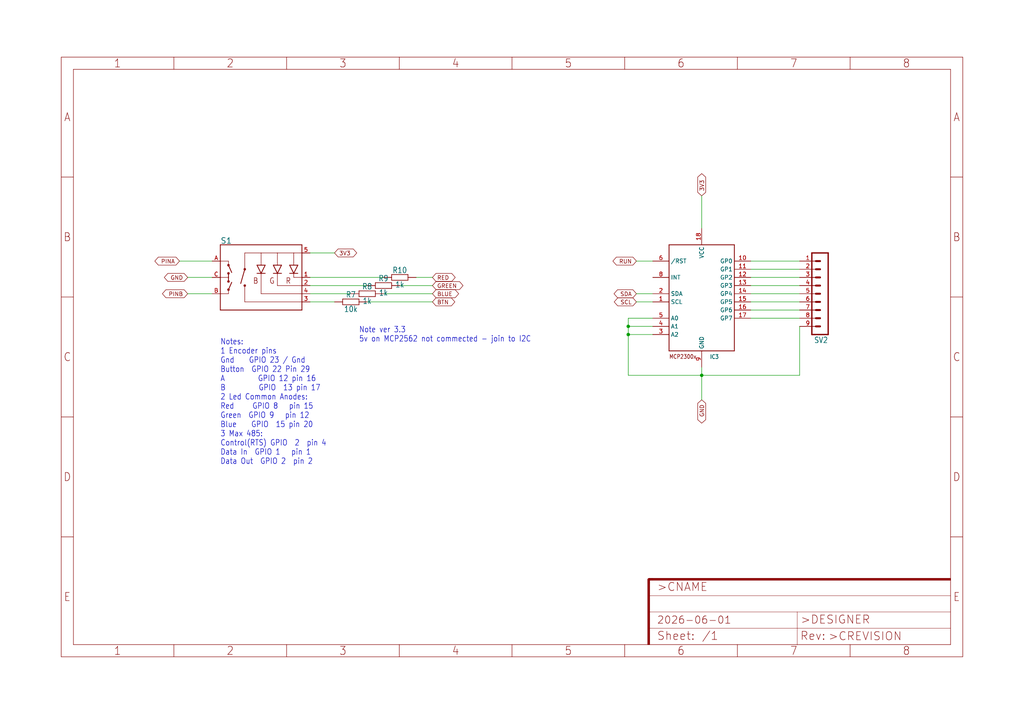
<source format=kicad_sch>
(kicad_sch (version 20230121) (generator eeschema)
  (paper "User" 318.77 224.79)
  (lib_symbols
    (symbol "PicoCanSmd31-eagle-import:ENCODER-RGB-SWITCH"
      (property "Reference" "S" (at -12.7 10.414 0))
      (symbol "ENCODER-RGB-SWITCH_1_0"
        (circle (center -10.16 -3.81) (radius 0.254) (stroke (width 0.254)))
        (circle (center -10.16 -1.27) (radius 0.254) (stroke (width 0.254)))
        (circle (center -10.16 1.27) (radius 0.254) (stroke (width 0.254)))
        (circle (center -10.16 3.81) (radius 0.254) (stroke (width 0.254)))
        (circle (center -5.08 -2.54) (radius 0.254) (stroke (width 0.254)))
        (circle (center -5.08 2.54) (radius 0.254) (stroke (width 0.254)))
        (polyline (pts (xy -12.7 -10.16) (xy 12.7 -10.16)) (stroke (width 0.254)))
        (polyline (pts (xy -12.7 -5.08) (xy -12.7 -10.16)) (stroke (width 0.254)))
        (polyline (pts (xy -12.7 0) (xy -12.7 -5.08)) (stroke (width 0.254)))
        (polyline (pts (xy -12.7 5.08) (xy -12.7 0)) (stroke (width 0.254)))
        (polyline (pts (xy -12.7 5.08) (xy -10.16 5.08)) (stroke (width 0.1524)))
        (polyline (pts (xy -12.7 10.16) (xy -12.7 5.08)) (stroke (width 0.254)))
        (polyline (pts (xy -10.16 -5.08) (xy -12.7 -5.08)) (stroke (width 0.1524)))
        (polyline (pts (xy -10.16 -5.08) (xy -10.16 -3.81)) (stroke (width 0.1524)))
        (polyline (pts (xy -10.16 -3.81) (xy -9.144 -1.524)) (stroke (width 0.254)))
        (polyline (pts (xy -10.16 0) (xy -12.7 0)) (stroke (width 0.1524)))
        (polyline (pts (xy -10.16 0) (xy -10.16 -1.27)) (stroke (width 0.254)))
        (polyline (pts (xy -10.16 0) (xy -10.16 1.27)) (stroke (width 0.254)))
        (polyline (pts (xy -10.16 3.81) (xy -9.144 1.524)) (stroke (width 0.254)))
        (polyline (pts (xy -10.16 5.08) (xy -10.16 3.81)) (stroke (width 0.1524)))
        (polyline (pts (xy -5.08 -7.62) (xy -5.08 -2.54)) (stroke (width 0.1524)))
        (polyline (pts (xy -5.08 -7.62) (xy 12.7 -7.62)) (stroke (width 0.1524)))
        (polyline (pts (xy -5.08 2.54) (xy -6.35 -1.905)) (stroke (width 0.254)))
        (polyline (pts (xy -5.08 7.62) (xy -5.08 2.54)) (stroke (width 0.1524)))
        (polyline (pts (xy -5.08 7.62) (xy 0 7.62)) (stroke (width 0.1524)))
        (polyline (pts (xy -1.27 1.27) (xy 0 1.27)) (stroke (width 0.254)))
        (polyline (pts (xy -1.27 3.81) (xy 0 1.27)) (stroke (width 0.254)))
        (polyline (pts (xy -1.27 3.81) (xy 0 3.81)) (stroke (width 0.254)))
        (polyline (pts (xy 0 -5.08) (xy 0 1.27)) (stroke (width 0.1524)))
        (polyline (pts (xy 0 -5.08) (xy 12.7 -5.08)) (stroke (width 0.1524)))
        (polyline (pts (xy 0 1.27) (xy 1.27 1.27)) (stroke (width 0.254)))
        (polyline (pts (xy 0 1.27) (xy 1.27 3.81)) (stroke (width 0.254)))
        (polyline (pts (xy 0 3.81) (xy 1.27 3.81)) (stroke (width 0.254)))
        (polyline (pts (xy 0 7.62) (xy 0 3.81)) (stroke (width 0.1524)))
        (polyline (pts (xy 0 7.62) (xy 5.08 7.62)) (stroke (width 0.1524)))
        (polyline (pts (xy 3.81 1.27) (xy 5.08 1.27)) (stroke (width 0.254)))
        (polyline (pts (xy 3.81 3.81) (xy 5.08 1.27)) (stroke (width 0.254)))
        (polyline (pts (xy 3.81 3.81) (xy 5.08 3.81)) (stroke (width 0.254)))
        (polyline (pts (xy 5.08 -2.54) (xy 5.08 1.27)) (stroke (width 0.1524)))
        (polyline (pts (xy 5.08 -2.54) (xy 12.7 -2.54)) (stroke (width 0.1524)))
        (polyline (pts (xy 5.08 1.27) (xy 6.35 1.27)) (stroke (width 0.254)))
        (polyline (pts (xy 5.08 1.27) (xy 6.35 3.81)) (stroke (width 0.254)))
        (polyline (pts (xy 5.08 3.81) (xy 6.35 3.81)) (stroke (width 0.254)))
        (polyline (pts (xy 5.08 7.62) (xy 5.08 3.81)) (stroke (width 0.1524)))
        (polyline (pts (xy 5.08 7.62) (xy 10.16 7.62)) (stroke (width 0.1524)))
        (polyline (pts (xy 8.89 1.27) (xy 10.16 1.27)) (stroke (width 0.254)))
        (polyline (pts (xy 8.89 3.81) (xy 10.16 1.27)) (stroke (width 0.254)))
        (polyline (pts (xy 8.89 3.81) (xy 10.16 3.81)) (stroke (width 0.254)))
        (polyline (pts (xy 10.16 0) (xy 10.16 1.27)) (stroke (width 0.1524)))
        (polyline (pts (xy 10.16 0) (xy 12.7 0)) (stroke (width 0.1524)))
        (polyline (pts (xy 10.16 1.27) (xy 11.43 1.27)) (stroke (width 0.254)))
        (polyline (pts (xy 10.16 1.27) (xy 11.43 3.81)) (stroke (width 0.254)))
        (polyline (pts (xy 10.16 3.81) (xy 11.43 3.81)) (stroke (width 0.254)))
        (polyline (pts (xy 10.16 7.62) (xy 10.16 3.81)) (stroke (width 0.1524)))
        (polyline (pts (xy 10.16 7.62) (xy 12.7 7.62)) (stroke (width 0.1524)))
        (polyline (pts (xy 12.7 10.16) (xy -12.7 10.16)) (stroke (width 0.254)))
        (polyline (pts (xy 12.7 10.16) (xy 12.7 -10.16)) (stroke (width 0.254)))
        (text "B" (at -2.54 0 0) (effects (font (size 1.778 1.5113)) (justify left top)))
        (text "G" (at 2.54 0 0) (effects (font (size 1.778 1.5113)) (justify left top)))
        (text "R" (at 7.62 0 0) (effects (font (size 1.778 1.5113)) (justify left top)))
        (pin passive line (at 15.24 0 180) (length 2.54) (name "-R") (number "1"))
        (pin passive line (at 15.24 -2.54 180) (length 2.54) (name "-G") (number "2"))
        (pin passive line (at 15.24 -7.62 180) (length 2.54) (name "SW") (number "3"))
        (pin passive line (at 15.24 -5.08 180) (length 2.54) (name "-B") (number "4"))
        (pin passive line (at 15.24 7.62 180) (length 2.54) (name "+") (number "5"))
        (pin bidirectional line (at -15.24 5.08 0) (length 2.54) (name "A") (number "A"))
        (pin bidirectional line (at -15.24 -5.08 0) (length 2.54) (name "B") (number "B"))
        (pin bidirectional line (at -15.24 0 0) (length 2.54) (name "C") (number "C"))
      )
    )
    (symbol "PicoCanSmd31-eagle-import:FRAME-A4L"
      (symbol "FRAME-A4L_1_0"
        (polyline (pts (xy -3.81 33.528) (xy 0 33.528)))
        (polyline (pts (xy -3.81 70.866) (xy 0 70.866)))
        (polyline (pts (xy -3.81 108.204) (xy 0 108.204)))
        (polyline (pts (xy -3.81 145.542) (xy 0 145.542)))
        (polyline (pts (xy 0 0) (xy 0 179.07)))
        (polyline (pts (xy 31.2738 -3.81) (xy 31.2738 0)))
        (polyline (pts (xy 31.2738 179.07) (xy 31.2738 182.88)))
        (polyline (pts (xy 66.3575 -3.81) (xy 66.3575 0)))
        (polyline (pts (xy 66.3575 179.07) (xy 66.3575 182.88)))
        (polyline (pts (xy 101.4413 -3.81) (xy 101.4413 0)))
        (polyline (pts (xy 101.4413 179.07) (xy 101.4413 182.88)))
        (polyline (pts (xy 136.525 -3.81) (xy 136.525 0)))
        (polyline (pts (xy 136.525 179.07) (xy 136.525 182.88)))
        (polyline (pts (xy 171.6088 -3.81) (xy 171.6088 0)))
        (polyline (pts (xy 171.6088 179.07) (xy 171.6088 182.88)))
        (polyline (pts (xy 179.07 10.16) (xy 225.29 10.16)) (stroke (width 0.1016)))
        (polyline (pts (xy 179.07 15.24) (xy 273.05 15.24)) (stroke (width 0.1016)))
        (polyline (pts (xy 179.07 19.05) (xy 179.07 20.32)) (stroke (width 0.6096)))
        (polyline (pts (xy 179.07 20.32) (xy 180.34 20.32)) (stroke (width 0.6096)))
        (polyline (pts (xy 206.6925 -3.81) (xy 206.6925 0)))
        (polyline (pts (xy 206.6925 179.07) (xy 206.6925 182.88)))
        (polyline (pts (xy 225.29 -0.1) (xy 225.29 5.08)) (stroke (width 0.1016)))
        (polyline (pts (xy 225.29 5.08) (xy 179.07 5.08)) (stroke (width 0.1016)))
        (polyline (pts (xy 225.29 5.08) (xy 225.29 10.16)) (stroke (width 0.1016)))
        (polyline (pts (xy 225.29 5.08) (xy 273.05 5.08)) (stroke (width 0.1016)))
        (polyline (pts (xy 225.29 10.16) (xy 273.05 10.16)) (stroke (width 0.1016)))
        (polyline (pts (xy 241.7763 -3.81) (xy 241.7763 0)))
        (polyline (pts (xy 241.7763 179.07) (xy 241.7763 182.88)))
        (polyline (pts (xy 273.05 0) (xy 0 0)))
        (polyline (pts (xy 273.05 0) (xy 273.05 179.07)))
        (polyline (pts (xy 273.05 33.528) (xy 276.86 33.528)))
        (polyline (pts (xy 273.05 70.866) (xy 276.86 70.866)))
        (polyline (pts (xy 273.05 108.204) (xy 276.86 108.204)))
        (polyline (pts (xy 273.05 145.542) (xy 276.86 145.542)))
        (polyline (pts (xy 273.05 179.07) (xy 0 179.07)))
        (polyline (pts (xy -3.81 -3.81) (xy 276.86 -3.81) (xy 276.86 182.88) (xy -3.81 182.88) (xy -3.81 -3.81)))
        (rectangle (start 178.7652 0) (end 179.3748 20.32) (fill (type outline)))
        (rectangle (start 179.07 20.6248) (end 273.05 20.0152) (fill (type outline)))
        (text "${#}/${##}" (at 195.58 1.27 0) (effects (font (size 2.54 2.54)) (justify left bottom)))
        (text "${CURRENT_DATE}" (at 181.61 6.35 0) (effects (font (size 2.286 2.286)) (justify left bottom)))
        (text "${PROJECTNAME}" (at 181.61 11.43 0) (effects (font (size 2.54 2.54)) (justify left bottom)))
        (text "1" (at 13.7319 -1.905 0) (effects (font (size 2.54 2.286))))
        (text "1" (at 13.7319 180.975 0) (effects (font (size 2.54 2.286))))
        (text "2" (at 48.8156 -1.905 0) (effects (font (size 2.54 2.286))))
        (text "2" (at 48.8156 180.975 0) (effects (font (size 2.54 2.286))))
        (text "3" (at 83.8994 -1.905 0) (effects (font (size 2.54 2.286))))
        (text "3" (at 83.8994 180.975 0) (effects (font (size 2.54 2.286))))
        (text "4" (at 118.9831 -1.905 0) (effects (font (size 2.54 2.286))))
        (text "4" (at 118.9831 180.975 0) (effects (font (size 2.54 2.286))))
        (text "5" (at 154.0669 -1.905 0) (effects (font (size 2.54 2.286))))
        (text "5" (at 154.0669 180.975 0) (effects (font (size 2.54 2.286))))
        (text "6" (at 189.1506 -1.905 0) (effects (font (size 2.54 2.286))))
        (text "6" (at 189.1506 180.975 0) (effects (font (size 2.54 2.286))))
        (text "7" (at 224.2344 -1.905 0) (effects (font (size 2.54 2.286))))
        (text "7" (at 224.2344 180.975 0) (effects (font (size 2.54 2.286))))
        (text "8" (at 259.3181 -1.905 0) (effects (font (size 2.54 2.286))))
        (text "8" (at 259.3181 180.975 0) (effects (font (size 2.54 2.286))))
        (text ">CNAME" (at 181.61 16.51 0) (effects (font (size 2.54 2.54)) (justify left bottom)))
        (text ">CREVISION" (at 234.92 1.17 0) (effects (font (size 2.54 2.54)) (justify left bottom)))
        (text ">DESIGNER" (at 226.26 6.35 0) (effects (font (size 2.54 2.54)) (justify left bottom)))
        (text "A" (at -1.905 164.211 0) (effects (font (size 2.54 2.286))))
        (text "A" (at 274.955 164.211 0) (effects (font (size 2.54 2.286))))
        (text "B" (at -1.905 126.873 0) (effects (font (size 2.54 2.286))))
        (text "B" (at 274.955 126.873 0) (effects (font (size 2.54 2.286))))
        (text "C" (at -1.905 89.535 0) (effects (font (size 2.54 2.286))))
        (text "C" (at 274.955 89.535 0) (effects (font (size 2.54 2.286))))
        (text "D" (at -1.905 52.197 0) (effects (font (size 2.54 2.286))))
        (text "D" (at 274.955 52.197 0) (effects (font (size 2.54 2.286))))
        (text "E" (at -1.905 14.859 0) (effects (font (size 2.54 2.286))))
        (text "E" (at 274.955 14.859 0) (effects (font (size 2.54 2.286))))
        (text "Rev:" (at 226.16 1.27 0) (effects (font (size 2.54 2.54)) (justify left bottom)))
        (text "Sheet:" (at 181.61 1.27 0) (effects (font (size 2.54 2.54)) (justify left bottom)))
      )
    )
    (symbol "PicoCanSmd31-eagle-import:MA09-1"
      (property "Reference" "SV" (at -1.27 13.462 0))
      (symbol "MA09-1_1_0"
        (polyline (pts (xy -1.27 12.7) (xy -1.27 -12.7)) (stroke (width 0.4064)))
        (polyline (pts (xy -1.27 12.7) (xy 3.81 12.7)) (stroke (width 0.4064)))
        (polyline (pts (xy 1.27 -10.16) (xy 2.54 -10.16)) (stroke (width 0.6096)))
        (polyline (pts (xy 1.27 -7.62) (xy 2.54 -7.62)) (stroke (width 0.6096)))
        (polyline (pts (xy 1.27 -5.08) (xy 2.54 -5.08)) (stroke (width 0.6096)))
        (polyline (pts (xy 1.27 -2.54) (xy 2.54 -2.54)) (stroke (width 0.6096)))
        (polyline (pts (xy 1.27 0) (xy 2.54 0)) (stroke (width 0.6096)))
        (polyline (pts (xy 1.27 2.54) (xy 2.54 2.54)) (stroke (width 0.6096)))
        (polyline (pts (xy 1.27 5.08) (xy 2.54 5.08)) (stroke (width 0.6096)))
        (polyline (pts (xy 1.27 7.62) (xy 2.54 7.62)) (stroke (width 0.6096)))
        (polyline (pts (xy 1.27 10.16) (xy 2.54 10.16)) (stroke (width 0.6096)))
        (polyline (pts (xy 3.81 -12.7) (xy -1.27 -12.7)) (stroke (width 0.4064)))
        (polyline (pts (xy 3.81 -12.7) (xy 3.81 12.7)) (stroke (width 0.4064)))
        (pin passive line (at 7.62 -10.16 180) (length 5.08) (name "1") (number "1"))
        (pin passive line (at 7.62 -7.62 180) (length 5.08) (name "2") (number "2"))
        (pin passive line (at 7.62 -5.08 180) (length 5.08) (name "3") (number "3"))
        (pin passive line (at 7.62 -2.54 180) (length 5.08) (name "4") (number "4"))
        (pin passive line (at 7.62 0 180) (length 5.08) (name "5") (number "5"))
        (pin passive line (at 7.62 2.54 180) (length 5.08) (name "6") (number "6"))
        (pin passive line (at 7.62 5.08 180) (length 5.08) (name "7") (number "7"))
        (pin passive line (at 7.62 7.62 180) (length 5.08) (name "8") (number "8"))
        (pin passive line (at 7.62 10.16 180) (length 5.08) (name "9") (number "9"))
      )
    )
    (symbol "PicoCanSmd31-eagle-import:MCP23008/SO"
      (property "Reference" "IC" (at 2.54 -20.32 0))
      (symbol "MCP23008/SO_1_0"
        (polyline (pts (xy -10.16 -17.78) (xy -10.16 15.24)) (stroke (width 0.254)))
        (polyline (pts (xy -10.16 15.24) (xy 10.16 15.24)) (stroke (width 0.254)))
        (polyline (pts (xy 10.16 -17.78) (xy -10.16 -17.78)) (stroke (width 0.254)))
        (polyline (pts (xy 10.16 15.24) (xy 10.16 -17.78)) (stroke (width 0.254)))
        (text "MCP2300x" (at -10.16 -20.32 0) (effects (font (size 1.27 1.0795)) (justify left bottom)))
        (pin bidirectional line (at -15.24 -2.54 0) (length 5.08) (name "SCL") (number "1"))
        (pin bidirectional line (at 15.24 10.16 180) (length 5.08) (name "GP0") (number "10"))
        (pin bidirectional line (at 15.24 7.62 180) (length 5.08) (name "GP1") (number "11"))
        (pin bidirectional line (at 15.24 5.08 180) (length 5.08) (name "GP2") (number "12"))
        (pin bidirectional line (at 15.24 2.54 180) (length 5.08) (name "GP3") (number "13"))
        (pin bidirectional line (at 15.24 0 180) (length 5.08) (name "GP4") (number "14"))
        (pin bidirectional line (at 15.24 -2.54 180) (length 5.08) (name "GP5") (number "15"))
        (pin bidirectional line (at 15.24 -5.08 180) (length 5.08) (name "GP6") (number "16"))
        (pin bidirectional line (at 15.24 -7.62 180) (length 5.08) (name "GP7") (number "17"))
        (pin power_in line (at 0 20.32 270) (length 5.08) (name "VCC") (number "18"))
        (pin bidirectional line (at -15.24 0 0) (length 5.08) (name "SDA") (number "2"))
        (pin input line (at -15.24 -12.7 0) (length 5.08) (name "A2") (number "3"))
        (pin input line (at -15.24 -10.16 0) (length 5.08) (name "A1") (number "4"))
        (pin input line (at -15.24 -7.62 0) (length 5.08) (name "A0") (number "5"))
        (pin input line (at -15.24 10.16 0) (length 5.08) (name "/RST") (number "6"))
        (pin output line (at -15.24 5.08 0) (length 5.08) (name "INT") (number "8"))
        (pin power_in line (at 0 -22.86 90) (length 5.08) (name "GND") (number "9"))
      )
    )
    (symbol "PicoCanSmd31-eagle-import:RESISTOR-1206"
      (property "Reference" "R" (at 0 1.27 0))
      (symbol "RESISTOR-1206_1_0"
        (polyline (pts (xy -2.54 -0.889) (xy -2.54 0.889)) (stroke (width 0.2032)))
        (polyline (pts (xy -2.54 0.889) (xy 2.54 0.889)) (stroke (width 0.2032)))
        (polyline (pts (xy 2.54 -0.889) (xy -2.54 -0.889)) (stroke (width 0.2032)))
        (polyline (pts (xy 2.54 0.889) (xy 2.54 -0.889)) (stroke (width 0.2032)))
        (pin passive line (at -5.08 0 0) (length 2.54) (name "1") (number "1"))
        (pin passive line (at 5.08 0 180) (length 2.54) (name "2") (number "2"))
      )
    )
  )
  (junction (at 195.58 101.6))
  (junction (at 195.58 104.14))
  (junction (at 218.44 116.84))
  (wire (pts (xy 96.52 78.74) (xy 104.14 78.74)) (stroke (width 0.1524)))
  (wire (pts (xy 203.2 99.06) (xy 195.58 99.06)) (stroke (width 0.1524)))
  (wire (pts (xy 233.68 83.82) (xy 248.92 83.82)) (stroke (width 0.1524)))
  (wire (pts (xy 233.68 86.36) (xy 248.92 86.36)) (stroke (width 0.1524)))
  (wire (pts (xy 203.2 93.98) (xy 198.12 93.98)) (stroke (width 0.1524)))
  (wire (pts (xy 233.68 96.52) (xy 248.92 96.52)) (stroke (width 0.1524)))
  (wire (pts (xy 195.58 104.14) (xy 195.58 116.84)) (stroke (width 0.1524)))
  (wire (pts (xy 114.3 88.9) (xy 96.52 88.9)) (stroke (width 0.1524)))
  (wire (pts (xy 66.04 91.44) (xy 58.42 91.44)) (stroke (width 0.1524)))
  (wire (pts (xy 129.54 86.36) (xy 134.62 86.36)) (stroke (width 0.1524)))
  (wire (pts (xy 203.2 101.6) (xy 195.58 101.6)) (stroke (width 0.1524)))
  (wire (pts (xy 218.44 114.3) (xy 218.44 116.84)) (stroke (width 0.1524)))
  (wire (pts (xy 124.46 88.9) (xy 134.62 88.9)) (stroke (width 0.1524)))
  (wire (pts (xy 109.22 91.44) (xy 96.52 91.44)) (stroke (width 0.1524)))
  (wire (pts (xy 248.92 101.6) (xy 248.92 116.84)) (stroke (width 0.1524)))
  (wire (pts (xy 233.68 93.98) (xy 248.92 93.98)) (stroke (width 0.1524)))
  (wire (pts (xy 195.58 116.84) (xy 218.44 116.84)) (stroke (width 0.1524)))
  (wire (pts (xy 203.2 81.28) (xy 198.12 81.28)) (stroke (width 0.1524)))
  (wire (pts (xy 195.58 101.6) (xy 195.58 104.14)) (stroke (width 0.1524)))
  (wire (pts (xy 218.44 116.84) (xy 218.44 124.46)) (stroke (width 0.1524)))
  (wire (pts (xy 233.68 88.9) (xy 248.92 88.9)) (stroke (width 0.1524)))
  (wire (pts (xy 233.68 91.44) (xy 248.92 91.44)) (stroke (width 0.1524)))
  (wire (pts (xy 203.2 91.44) (xy 198.12 91.44)) (stroke (width 0.1524)))
  (wire (pts (xy 218.44 71.12) (xy 218.44 60.96)) (stroke (width 0.1524)))
  (wire (pts (xy 114.3 93.98) (xy 134.62 93.98)) (stroke (width 0.1524)))
  (wire (pts (xy 203.2 104.14) (xy 195.58 104.14)) (stroke (width 0.1524)))
  (wire (pts (xy 96.52 93.98) (xy 104.14 93.98)) (stroke (width 0.1524)))
  (wire (pts (xy 119.38 91.44) (xy 134.62 91.44)) (stroke (width 0.1524)))
  (wire (pts (xy 233.68 81.28) (xy 248.92 81.28)) (stroke (width 0.1524)))
  (wire (pts (xy 119.38 86.36) (xy 96.52 86.36)) (stroke (width 0.1524)))
  (wire (pts (xy 66.04 81.28) (xy 55.88 81.28)) (stroke (width 0.1524)))
  (wire (pts (xy 233.68 99.06) (xy 248.92 99.06)) (stroke (width 0.1524)))
  (wire (pts (xy 195.58 99.06) (xy 195.58 101.6)) (stroke (width 0.1524)))
  (wire (pts (xy 248.92 116.84) (xy 218.44 116.84)) (stroke (width 0.1524)))
  (wire (pts (xy 66.04 86.36) (xy 58.42 86.36)) (stroke (width 0.1524)))
  (text "Notes:\n1 Encoder pins\nGnd    GPIO 23 / Gnd\nButton  GPIO 22 Pin 29\nA         GPIO 12 pin 16\nB         GPIO  13 pin 17\n2 Led Common Anodes:\nRed     GPIO 8   pin 15\nGreen  GPIO 9   pin 12\nBlue    GPIO  15 pin 20\n3 Max 485:\nControl(RTS) GPIO  2  pin 4\nData In  GPIO 1   pin 1\nData Out  GPIO 2  pin 2" (at 68.58 144.78 0) (effects (font (size 1.778 1.5113)) (justify left bottom)))
  (text "Note ver 3.3\n5v on MCP2562 not commected - join to I2C" (at 111.76 106.68 0) (effects (font (size 1.778 1.5113)) (justify left bottom)))
  (global_label "SDA" (shape bidirectional) (at 198.12 91.44 180) (effects (font (size 1.2446 1.2446))) (property "Intersheetrefs" "${INTERSHEET_REFS}" (effects hide)))
  (global_label "BLUE" (shape bidirectional) (at 134.62 91.44 0) (effects (font (size 1.2446 1.2446))) (property "Intersheetrefs" "${INTERSHEET_REFS}" (effects hide)))
  (global_label "BTN" (shape bidirectional) (at 134.62 93.98 0) (effects (font (size 1.2446 1.2446))) (property "Intersheetrefs" "${INTERSHEET_REFS}" (effects hide)))
  (global_label "RED" (shape bidirectional) (at 134.62 86.36 0) (effects (font (size 1.2446 1.2446))) (property "Intersheetrefs" "${INTERSHEET_REFS}" (effects hide)))
  (global_label "3V3" (shape bidirectional) (at 218.44 60.96 90) (effects (font (size 1.2446 1.2446))) (property "Intersheetrefs" "${INTERSHEET_REFS}" (effects hide)))
  (global_label "PINB" (shape bidirectional) (at 58.42 91.44 180) (effects (font (size 1.2446 1.2446))) (property "Intersheetrefs" "${INTERSHEET_REFS}" (effects hide)))
  (global_label "RUN" (shape bidirectional) (at 198.12 81.28 180) (effects (font (size 1.2446 1.2446))) (property "Intersheetrefs" "${INTERSHEET_REFS}" (effects hide)))
  (global_label "GREEN" (shape bidirectional) (at 134.62 88.9 0) (effects (font (size 1.2446 1.2446))) (property "Intersheetrefs" "${INTERSHEET_REFS}" (effects hide)))
  (global_label "GND" (shape bidirectional) (at 218.44 124.46 270) (effects (font (size 1.2446 1.2446))) (property "Intersheetrefs" "${INTERSHEET_REFS}" (effects hide)))
  (global_label "PINA" (shape bidirectional) (at 55.88 81.28 180) (effects (font (size 1.2446 1.2446))) (property "Intersheetrefs" "${INTERSHEET_REFS}" (effects hide)))
  (global_label "GND" (shape bidirectional) (at 58.42 86.36 180) (effects (font (size 1.2446 1.2446))) (property "Intersheetrefs" "${INTERSHEET_REFS}" (effects hide)))
  (global_label "SCL" (shape bidirectional) (at 198.12 93.98 180) (effects (font (size 1.2446 1.2446))) (property "Intersheetrefs" "${INTERSHEET_REFS}" (effects hide)))
  (global_label "3V3" (shape bidirectional) (at 104.14 78.74 0) (effects (font (size 1.2446 1.2446))) (property "Intersheetrefs" "${INTERSHEET_REFS}" (effects hide)))
  (symbol (lib_id "PicoCanSmd31-eagle-import:RESISTOR-1206") (at 124.46 86.36 0) (unit 1)
    (property "Reference" "R10" (at 124.46 85.09 0) (effects (font (size 1.778 1.5113)) (justify bottom)))
    (property "Value" "1k" (at 124.46 87.63 0) (effects (font (size 1.778 1.5113)) (justify top)))
    (property "Footprint" "PicoCanSmd31:C1206" (effects hide))
  )
  (symbol (lib_id "PicoCanSmd31-eagle-import:RESISTOR-1206") (at 119.38 88.9 0) (unit 1)
    (property "Reference" "R9" (at 119.38 87.63 0) (effects (font (size 1.778 1.5113)) (justify bottom)))
    (property "Value" "1k" (at 119.38 90.17 0) (effects (font (size 1.778 1.5113)) (justify top)))
    (property "Footprint" "PicoCanSmd31:C1206" (effects hide))
  )
  (symbol (lib_id "PicoCanSmd31-eagle-import:RESISTOR-1206") (at 109.22 93.98 0) (unit 1)
    (property "Reference" "R7" (at 109.22 92.71 0) (effects (font (size 1.778 1.5113)) (justify bottom)))
    (property "Value" "10k" (at 109.22 95.25 0) (effects (font (size 1.778 1.5113)) (justify top)))
    (property "Footprint" "PicoCanSmd31:C1206" (effects hide))
  )
  (symbol (lib_id "PicoCanSmd31-eagle-import:RESISTOR-1206") (at 114.3 91.44 0) (unit 1)
    (property "Reference" "R8" (at 114.3 90.17 0) (effects (font (size 1.778 1.5113)) (justify bottom)))
    (property "Value" "1k" (at 114.3 92.71 0) (effects (font (size 1.778 1.5113)) (justify top)))
    (property "Footprint" "PicoCanSmd31:C1206" (effects hide))
  )
  (symbol (lib_id "PicoCanSmd31-eagle-import:ENCODER-RGB-SWITCH") (at 81.28 86.36 0) (unit 1)
    (property "Reference" "S1" (at 68.58 75.946 0) (effects (font (size 1.778 1.778)) (justify left bottom)))
    (property "Value" "ENCODER-RGB-SWITCH" (effects hide))
    (property "Footprint" "PicoCanSmd31:ENCODER_LED_3" (effects hide))
  )
  (symbol (lib_id "PicoCanSmd31-eagle-import:MA09-1") (at 256.54 91.44 180) (unit 1)
    (property "Reference" "SV2" (at 257.81 104.902 0) (effects (font (size 1.778 1.5113)) (justify left bottom)))
    (property "Value" "MA09-1" (effects hide))
    (property "Footprint" "PicoCanSmd31:MA09-1" (effects hide))
  )
  (symbol (lib_id "PicoCanSmd31-eagle-import:FRAME-A4L") (at 22.86 200.66 0) (unit 1)
    (property "Reference" "#FRAME2" (effects hide))
    (property "Value" "FRAME-A4L" (effects hide))
    (property "CNAME" "Pico Can Interface" (effects hide))
    (property "CREVISION" "3.4" (effects hide))
  )
  (symbol (lib_id "PicoCanSmd31-eagle-import:MCP23008/SO") (at 218.44 91.44 0) (unit 1)
    (property "Reference" "IC3" (at 220.98 111.76 0) (effects (font (size 1.27 1.0795)) (justify left bottom)))
    (property "Value" "MCP23008/SO" (effects hide))
    (property "Footprint" "PicoCanSmd31:SO18W" (effects hide))
  )
)
</source>
